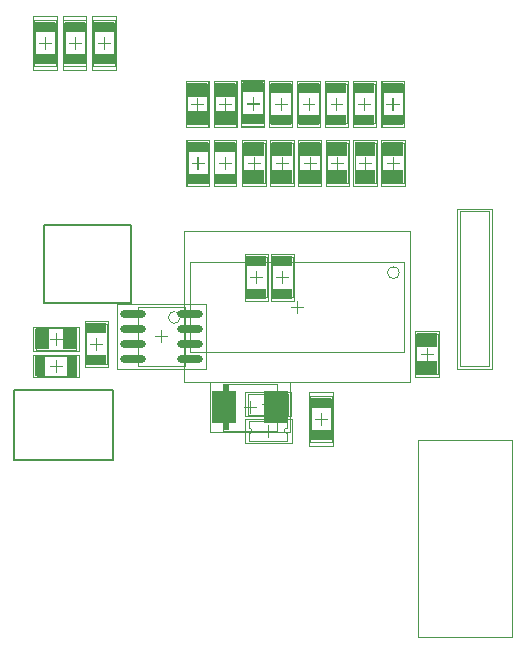
<source format=gbp>
G04*
G04 #@! TF.GenerationSoftware,Altium Limited,Altium Designer,19.1.8 (144)*
G04*
G04 Layer_Color=128*
%FSLAX44Y44*%
%MOMM*%
G71*
G01*
G75*
%ADD10C,0.2000*%
%ADD14C,0.1000*%
%ADD17R,0.6187X3.9500*%
%ADD18C,0.0500*%
%ADD21R,1.3000X1.7000*%
%ADD22R,1.7000X0.9500*%
%ADD53R,1.7000X1.3000*%
%ADD54R,0.9500X1.7000*%
%ADD55O,2.2000X0.6000*%
%ADD56R,2.1590X2.7430*%
D10*
X249000Y249410D02*
Y308810D01*
X333500D01*
Y249410D01*
X249000D01*
X348271Y382186D02*
Y448686D01*
X274571D01*
Y382186D01*
X348271D01*
D14*
X285072Y324000D02*
Y334000D01*
X284600Y346851D02*
Y356851D01*
X301600Y360851D02*
X267600D01*
Y342851D01*
X301600D01*
Y360851D01*
X289600Y351851D02*
X279600D01*
X301821Y337750D02*
X268321D01*
Y320250D01*
X301821D01*
Y337750D01*
X290072Y329000D02*
X280072D01*
X310250Y330900D02*
Y364400D01*
X327750D01*
Y330900D01*
X310250D01*
X314000Y347650D02*
X324000D01*
X319000Y342650D02*
Y352650D01*
X354000Y329000D02*
X394000D01*
Y379000D01*
X354000D01*
Y329000D01*
X374000Y349000D02*
Y359000D01*
X369000Y354000D02*
X379000D01*
X398500Y341000D02*
Y417000D01*
X579500D01*
Y341000D01*
X398500D01*
X426000Y313750D02*
X472000D01*
Y274250D01*
X426000D01*
Y313750D01*
X444000Y294000D02*
X454000D01*
X449000Y299000D02*
Y289000D01*
X447000Y287610D02*
X481000D01*
Y305610D01*
X447000D01*
Y287610D01*
X448500Y282250D02*
X480500D01*
Y276250D01*
D02*
G03*
X480500Y271750I0J-2250D01*
G01*
Y271752D02*
Y265752D01*
X448500D01*
X448502D02*
Y271752D01*
Y271750D02*
G03*
X448502Y276250I0J2250D01*
G01*
Y282250D01*
X459500Y274000D02*
X469500D01*
X464500Y269000D02*
Y279000D01*
X500500Y268000D02*
X517500D01*
Y300000D01*
X500500D01*
Y268000D01*
X500250Y267250D02*
Y300750D01*
X517750D01*
Y267250D01*
X500250D01*
X499000Y261000D02*
X519000D01*
Y307000D01*
X499000D01*
Y261000D01*
X509000Y279000D02*
Y289000D01*
Y289000D02*
Y279000D01*
X514000Y284000D02*
X504000D01*
X514000D01*
X464000Y291610D02*
Y301610D01*
X459000Y296610D02*
X469000D01*
X484000Y379000D02*
X494000D01*
X489000Y374000D02*
Y384000D01*
X485500Y387000D02*
Y421000D01*
X467500D01*
Y387000D01*
X485500D01*
X476500Y409000D02*
Y399000D01*
X481500Y404000D02*
X471500D01*
X459428D02*
X449428D01*
X454428Y399000D02*
Y409000D01*
X445429Y421000D02*
X463428D01*
Y387000D01*
X445429D01*
Y421000D01*
X390000Y370000D02*
G03*
X390000Y370000I-5000J0D01*
G01*
X508557Y484000D02*
Y518000D01*
X490557D01*
Y484000D01*
X508557D01*
X514057D02*
Y518000D01*
X532057D01*
Y484000D01*
X514057D01*
X518057Y501000D02*
X528057D01*
X523057Y496000D02*
Y506000D01*
X541557Y501000D02*
X551557D01*
X546557Y496000D02*
Y506000D01*
X537557Y484000D02*
Y518000D01*
X555557D01*
Y484000D01*
X537557D01*
X561057D02*
Y518000D01*
X579057D01*
Y484000D01*
X561057D01*
X565057Y501000D02*
X575057D01*
X570057Y496000D02*
Y506000D01*
X626554Y459799D02*
X651447Y459798D01*
X651446D02*
Y328999D01*
X626554D01*
Y459799D01*
X575500Y408000D02*
G03*
X575500Y408000I-5000J0D01*
G01*
X590000Y356000D02*
X608000D01*
Y322000D01*
X590000D01*
Y356000D01*
X594000Y339000D02*
X604000D01*
X599000Y334000D02*
Y344000D01*
X591690Y266500D02*
X671090D01*
Y99600D01*
X591690D01*
Y266500D01*
X504557Y501000D02*
X494557D01*
X499557Y496000D02*
Y506000D01*
X485057Y484000D02*
Y518000D01*
X467057D01*
Y484000D01*
X485057D01*
X461557Y518000D02*
Y484000D01*
X443557D01*
Y518000D01*
X461557D01*
X457557Y501000D02*
X447557D01*
X452557Y496000D02*
Y506000D01*
X432700Y501000D02*
X422700D01*
X432700D01*
X436450Y484250D02*
Y517750D01*
X418950D01*
X436450D01*
Y484250D01*
X418950D01*
Y517750D01*
Y484250D01*
X436450D01*
X471057Y501000D02*
X481057D01*
X476057Y496000D02*
Y506000D01*
X513521Y534250D02*
Y567750D01*
X531021D01*
Y534250D01*
X513521D01*
Y534250D02*
Y567750D01*
X531021D01*
Y534250D01*
X513521D01*
X517271Y551000D02*
X527271D01*
Y551000D02*
X517271D01*
X522271Y556000D02*
Y546000D01*
Y546000D02*
Y556000D01*
X540914Y551000D02*
X550914D01*
Y551000D02*
X540914D01*
X545914Y546000D02*
Y556000D01*
Y556000D02*
Y546000D01*
X537164Y534250D02*
X554664D01*
Y567750D01*
X537164D01*
Y534250D01*
Y534250D02*
Y567750D01*
X554664D01*
Y534250D01*
X537164D01*
X560807D02*
Y567750D01*
X578307D01*
Y534250D01*
X560807D01*
X561307Y534250D02*
X578807D01*
Y567750D01*
X561307D01*
Y534250D01*
X564557Y551000D02*
X574557D01*
X575057Y551000D02*
X565057D01*
X569557Y556000D02*
Y546000D01*
X570057Y546000D02*
Y556000D01*
X507379Y567750D02*
Y534250D01*
X489879D01*
Y567750D01*
X507379D01*
Y567750D02*
Y534250D01*
X489879D01*
Y567750D01*
X507379D01*
X483736D02*
Y534250D01*
X466236D01*
Y567750D01*
X483736D01*
Y567750D02*
Y534250D01*
X466236D01*
Y567750D01*
X483736D01*
X493629Y551000D02*
X503629D01*
Y551000D02*
X493629D01*
X498629Y546000D02*
Y556000D01*
Y556000D02*
Y546000D01*
X460093Y567750D02*
Y534250D01*
X442593D01*
Y567750D01*
X460093D01*
Y568651D02*
Y535151D01*
X442593D01*
Y568651D01*
X460093D01*
X469986Y551000D02*
X479986D01*
Y551000D02*
X469986D01*
X474986Y546000D02*
Y556000D01*
Y556000D02*
Y546000D01*
X437200Y568000D02*
Y534000D01*
X419200D01*
Y568000D01*
X437200D01*
X436450Y567750D02*
Y534250D01*
X418950D01*
Y567750D01*
X436450D01*
X433200Y551000D02*
X423200D01*
X422700D02*
X432700D01*
X446343Y551000D02*
X456343D01*
Y551901D02*
X446343D01*
X451343Y556000D02*
Y546000D01*
Y546901D02*
Y556901D01*
X413557Y568000D02*
Y534000D01*
X395557D01*
Y568000D01*
X413557D01*
X412807Y567750D02*
Y534250D01*
X395307D01*
Y567750D01*
X412807D01*
X409557Y551000D02*
X399557D01*
X399057D02*
X409057D01*
X427700Y546000D02*
Y556000D01*
X428200D02*
Y546000D01*
X413807Y517750D02*
Y484250D01*
X396307D01*
Y517750D01*
X413807D01*
X413307D02*
Y484250D01*
X395807D01*
Y517750D01*
X413307D01*
X410057Y501000D02*
X400057D01*
X399557D02*
X409557D01*
X427700Y496000D02*
Y506000D01*
Y496000D01*
X405057D02*
Y506000D01*
X404557D02*
Y496000D01*
Y546000D02*
Y556000D01*
X404057D02*
Y546000D01*
X334322Y585814D02*
Y619314D01*
X316821D01*
Y585814D01*
X334322D01*
X334072Y586564D02*
Y618564D01*
X317072D01*
Y586564D01*
X334072D01*
X330572Y602564D02*
X320572D01*
X330572D01*
X335572Y579564D02*
Y625564D01*
X315572D01*
Y579564D01*
X335572D01*
X325572Y597564D02*
Y607564D01*
Y597564D01*
X305572Y602564D02*
X295571D01*
X305572D01*
X309072Y586564D02*
Y618564D01*
X292072D01*
Y586564D01*
X309072D01*
X309322Y585814D02*
Y619314D01*
X291821D01*
Y585814D01*
X309322D01*
X310571Y579564D02*
Y625564D01*
X290572D01*
Y579564D01*
X310571D01*
X300571Y597564D02*
Y607564D01*
Y597564D01*
X280571Y602564D02*
X270571D01*
X280571D01*
X284072Y586564D02*
Y618564D01*
X267072D01*
Y586564D01*
X284072D01*
X284322Y585814D02*
Y619314D01*
X266821D01*
Y585814D01*
X284322D01*
X285571Y579564D02*
Y625564D01*
X265572D01*
Y579564D01*
X285571D01*
X275571Y597564D02*
Y607564D01*
Y597564D01*
D17*
X429094Y294000D02*
D03*
D18*
X309500Y328150D02*
Y367150D01*
X328500D01*
Y328150D01*
X309500D01*
X336500Y326500D02*
X411500D01*
Y381500D01*
X336500D01*
Y326500D01*
X393500Y315000D02*
Y443000D01*
X584500D01*
Y315000D01*
X393500D01*
X415105D02*
X482895D01*
Y273000D01*
X415105D01*
Y315000D01*
X444500Y286610D02*
X483500D01*
Y306610D01*
X444500D01*
Y286610D01*
X444500Y284000D02*
X484500D01*
Y264000D01*
X444500D01*
Y284000D01*
X499500Y264500D02*
Y303500D01*
X518500D01*
Y264500D01*
X499500D01*
X589000Y319500D02*
Y358500D01*
X609000D01*
Y319500D01*
X589000D01*
X624300Y326749D02*
Y462049D01*
X653700D01*
Y326749D01*
X624300D01*
X486000Y424000D02*
X467000D01*
Y384000D01*
X486000D01*
Y424000D01*
X463928D02*
X444929D01*
Y384000D01*
X463928D01*
Y424000D01*
X509557Y481500D02*
Y520500D01*
X489557D01*
Y481500D01*
X509557D01*
X513057D02*
Y520500D01*
X533057D01*
Y481500D01*
X513057D01*
X536557D02*
Y520500D01*
X556557D01*
Y481500D01*
X536557D01*
X560057D02*
Y520500D01*
X580057D01*
Y481500D01*
X560057D01*
X560057Y531500D02*
Y570500D01*
X579057D01*
Y531500D01*
X560057D01*
X560557Y531500D02*
X579557D01*
Y570500D01*
X560557D01*
Y531500D01*
X555414Y531500D02*
Y570500D01*
X536414D01*
Y531500D01*
X555414D01*
Y531500D02*
Y570500D01*
X536414D01*
Y531500D01*
X555414D01*
X531771D02*
Y570500D01*
X512771D01*
Y531500D01*
X531771D01*
Y531500D02*
Y570500D01*
X512771D01*
Y531500D01*
X531771D01*
X508129D02*
Y570500D01*
X489128D01*
Y531500D01*
X508129D01*
Y531500D02*
Y570500D01*
X489128D01*
Y531500D01*
X508129D01*
X484486D02*
Y570500D01*
X465486D01*
Y531500D01*
X484486D01*
Y531500D02*
Y570500D01*
X465486D01*
Y531500D01*
X484486D01*
X486057Y520500D02*
Y481500D01*
X466057D01*
Y520500D01*
X486057D01*
X462557D02*
Y481500D01*
X442557D01*
Y520500D01*
X462557D01*
X460843Y531500D02*
Y570500D01*
X441843D01*
Y531500D01*
X460843D01*
Y532401D02*
Y571401D01*
X441843D01*
Y532401D01*
X460843D01*
X438200Y531500D02*
Y570500D01*
X418200D01*
Y531500D01*
X438200D01*
X437200Y531500D02*
Y570500D01*
X418200D01*
Y531500D01*
X437200D01*
Y520500D02*
Y481500D01*
X418200D01*
Y520500D01*
X437200D01*
Y520500D02*
Y481500D01*
X418200D01*
Y520500D01*
X437200D01*
X414557Y520500D02*
Y481500D01*
X395557D01*
Y520500D01*
X414557D01*
X414057Y520500D02*
Y481500D01*
X395057D01*
Y520500D01*
X414057D01*
X414557Y531500D02*
Y570500D01*
X394557D01*
Y531500D01*
X414557D01*
X413557Y531500D02*
Y570500D01*
X394557D01*
Y531500D01*
X413557D01*
X335071Y583064D02*
Y622064D01*
X316072D01*
Y583064D01*
X335071D01*
X310072D02*
Y622064D01*
X291072D01*
Y583064D01*
X310072D01*
X285072D02*
Y622064D01*
X266072D01*
Y583064D01*
X285072D01*
X265100Y361851D02*
X304100D01*
Y341851D01*
X265100D01*
Y361851D01*
X265572Y338500D02*
X304572D01*
Y319500D01*
X265572D01*
Y338500D01*
D21*
X296600Y351851D02*
D03*
X272600D02*
D03*
D22*
X319000Y334150D02*
D03*
Y361150D02*
D03*
X454428Y390000D02*
D03*
X476500D02*
D03*
Y418000D02*
D03*
X454428D02*
D03*
X427700Y487500D02*
D03*
Y514500D02*
D03*
X451343Y538401D02*
D03*
X474986Y537500D02*
D03*
X498629D02*
D03*
X522271D02*
D03*
X545914D02*
D03*
X570057Y537500D02*
D03*
Y564500D02*
D03*
X545914Y564500D02*
D03*
X522271D02*
D03*
X498629D02*
D03*
X474986D02*
D03*
X451343Y565401D02*
D03*
X405057Y514500D02*
D03*
Y487500D02*
D03*
X325572Y589064D02*
D03*
Y616064D02*
D03*
X300571D02*
D03*
Y589064D02*
D03*
X275571Y616064D02*
D03*
Y589064D02*
D03*
X509000Y297500D02*
D03*
Y270500D02*
D03*
D53*
X499557Y489000D02*
D03*
X523057D02*
D03*
X546557D02*
D03*
X570057D02*
D03*
Y513000D02*
D03*
X546557D02*
D03*
X523057D02*
D03*
X499557D02*
D03*
X476057D02*
D03*
Y489000D02*
D03*
X452557Y513000D02*
D03*
Y489000D02*
D03*
X428200Y539000D02*
D03*
Y563000D02*
D03*
X404557D02*
D03*
Y539000D02*
D03*
X599000Y351000D02*
D03*
Y327000D02*
D03*
D54*
X298571Y329000D02*
D03*
X271572D02*
D03*
D55*
X350000Y334950D02*
D03*
Y347650D02*
D03*
Y360350D02*
D03*
Y373050D02*
D03*
X398000Y347650D02*
D03*
Y334950D02*
D03*
Y360350D02*
D03*
Y373050D02*
D03*
D56*
X426900Y294000D02*
D03*
X471100D02*
D03*
M02*

</source>
